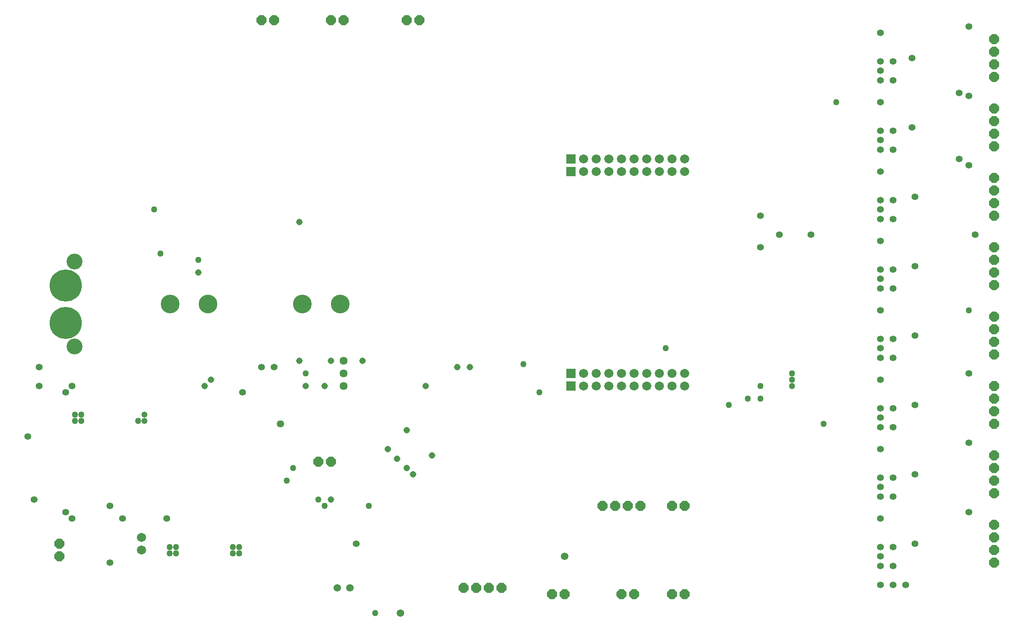
<source format=gbs>
G75*
%MOIN*%
%OFA0B0*%
%FSLAX25Y25*%
%IPPOS*%
%LPD*%
%AMOC8*
5,1,8,0,0,1.08239X$1,22.5*
%
%ADD10OC8,0.07924*%
%ADD11C,0.07200*%
%ADD12C,0.12600*%
%ADD13C,0.25469*%
%ADD14R,0.07200X0.07200*%
%ADD15C,0.14800*%
%ADD16C,0.05359*%
%ADD17C,0.05753*%
%ADD18C,0.04965*%
%ADD19C,0.05950*%
%ADD20C,0.05162*%
%ADD21C,0.06343*%
%ADD22C,0.04900*%
D10*
X0390686Y0706230D03*
X0400686Y0706230D03*
X0410686Y0706230D03*
X0420686Y0706230D03*
X0460686Y0701230D03*
X0470686Y0701230D03*
X0515686Y0701230D03*
X0525686Y0701230D03*
X0555686Y0701230D03*
X0565686Y0701230D03*
X0565686Y0771230D03*
X0555686Y0771230D03*
X0530686Y0771230D03*
X0520686Y0771230D03*
X0510686Y0771230D03*
X0500686Y0771230D03*
X0285686Y0806230D03*
X0275686Y0806230D03*
X0070686Y0741230D03*
X0070686Y0731230D03*
X0230686Y1156230D03*
X0240686Y1156230D03*
X0285686Y1156230D03*
X0295686Y1156230D03*
X0345686Y1156230D03*
X0355686Y1156230D03*
X0810686Y1141230D03*
X0810686Y1131230D03*
X0810686Y1121230D03*
X0810686Y1111230D03*
X0810686Y1086230D03*
X0810686Y1076230D03*
X0810686Y1066230D03*
X0810686Y1056230D03*
X0810686Y1031230D03*
X0810686Y1021230D03*
X0810686Y1011230D03*
X0810686Y1001230D03*
X0810686Y0976230D03*
X0810686Y0966230D03*
X0810686Y0956230D03*
X0810686Y0946230D03*
X0810686Y0921230D03*
X0810686Y0911230D03*
X0810686Y0901230D03*
X0810686Y0891230D03*
X0810686Y0866230D03*
X0810686Y0856230D03*
X0810686Y0846230D03*
X0810686Y0836230D03*
X0810686Y0811230D03*
X0810686Y0801230D03*
X0810686Y0791230D03*
X0810686Y0781230D03*
X0810686Y0756230D03*
X0810686Y0746230D03*
X0810686Y0736230D03*
X0810686Y0726230D03*
D11*
X0565686Y0866230D03*
X0555686Y0866230D03*
X0545686Y0866230D03*
X0535686Y0866230D03*
X0525686Y0866230D03*
X0515686Y0866230D03*
X0505686Y0866230D03*
X0495686Y0866230D03*
X0485686Y0866230D03*
X0485686Y0876230D03*
X0495686Y0876230D03*
X0505686Y0876230D03*
X0515686Y0876230D03*
X0525686Y0876230D03*
X0535686Y0876230D03*
X0545686Y0876230D03*
X0555686Y0876230D03*
X0565686Y0876230D03*
X0565686Y1036230D03*
X0555686Y1036230D03*
X0545686Y1036230D03*
X0535686Y1036230D03*
X0525686Y1036230D03*
X0515686Y1036230D03*
X0505686Y1036230D03*
X0495686Y1036230D03*
X0485686Y1036230D03*
X0485686Y1046230D03*
X0495686Y1046230D03*
X0505686Y1046230D03*
X0515686Y1046230D03*
X0525686Y1046230D03*
X0535686Y1046230D03*
X0545686Y1046230D03*
X0555686Y1046230D03*
X0565686Y1046230D03*
X0135686Y0746230D03*
X0135686Y0736230D03*
D12*
X0082786Y0897630D03*
X0082786Y0964830D03*
D13*
X0075686Y0945980D03*
X0075686Y0916480D03*
D14*
X0475686Y0876230D03*
X0475686Y0866230D03*
X0475686Y1036230D03*
X0475686Y1046230D03*
D15*
X0293036Y0931230D03*
X0263036Y0931230D03*
X0188336Y0931230D03*
X0158336Y0931230D03*
D16*
X0215686Y0861230D03*
X0230686Y0881230D03*
X0240686Y0881230D03*
X0155686Y0761230D03*
X0120686Y0761230D03*
X0110686Y0771230D03*
X0080686Y0761230D03*
X0075686Y0766230D03*
X0050686Y0776230D03*
X0045686Y0826230D03*
X0075686Y0861230D03*
X0080686Y0866230D03*
X0054552Y0866230D03*
X0054552Y0881230D03*
X0110686Y0726230D03*
X0305686Y0741230D03*
X0625686Y0976230D03*
X0640686Y0986230D03*
X0625686Y1001230D03*
X0665686Y0986230D03*
X0720686Y0981230D03*
X0720686Y0998730D03*
X0720686Y1006230D03*
X0720686Y1013730D03*
X0730686Y1013730D03*
X0730686Y0998730D03*
X0748186Y1016230D03*
X0720686Y1036230D03*
X0720686Y1053730D03*
X0720686Y1061230D03*
X0720686Y1068730D03*
X0730686Y1068730D03*
X0745686Y1071230D03*
X0730686Y1053730D03*
X0720686Y1091230D03*
X0720686Y1108730D03*
X0720686Y1116230D03*
X0720686Y1123730D03*
X0730686Y1123730D03*
X0730686Y1108730D03*
X0745686Y1126230D03*
X0720686Y1146230D03*
X0783186Y1098730D03*
X0790686Y1096230D03*
X0783186Y1046230D03*
X0790686Y1041230D03*
X0795686Y0986230D03*
X0748186Y0961230D03*
X0730686Y0958730D03*
X0720686Y0958730D03*
X0720686Y0951230D03*
X0720686Y0943730D03*
X0730686Y0943730D03*
X0720686Y0926230D03*
X0720686Y0903730D03*
X0720686Y0896230D03*
X0720686Y0888730D03*
X0730686Y0888730D03*
X0730686Y0903730D03*
X0748186Y0906230D03*
X0720686Y0871230D03*
X0720686Y0848730D03*
X0720686Y0841230D03*
X0720686Y0833730D03*
X0730686Y0833730D03*
X0730686Y0848730D03*
X0748186Y0851230D03*
X0720686Y0816230D03*
X0720686Y0793730D03*
X0720686Y0786230D03*
X0720686Y0778730D03*
X0730686Y0778730D03*
X0720686Y0761230D03*
X0720686Y0738730D03*
X0720686Y0731230D03*
X0720686Y0723730D03*
X0730686Y0723730D03*
X0730686Y0708730D03*
X0720686Y0708730D03*
X0740686Y0708730D03*
X0730686Y0738730D03*
X0748186Y0741230D03*
X0790686Y0766230D03*
X0748186Y0796230D03*
X0730686Y0793730D03*
X0790686Y0821230D03*
X0790686Y0876230D03*
X0790686Y1151230D03*
D17*
X0245686Y0836230D03*
D18*
X0320686Y0686230D03*
X0315686Y0771230D03*
X0280686Y0771230D03*
X0275686Y0776230D03*
X0250686Y0791230D03*
X0255686Y0801230D03*
X0213186Y0738730D03*
X0213186Y0733730D03*
X0208186Y0733730D03*
X0208186Y0738730D03*
X0163186Y0738730D03*
X0163186Y0733730D03*
X0158186Y0733730D03*
X0158186Y0738730D03*
X0133186Y0838730D03*
X0088186Y0838730D03*
X0083186Y0838730D03*
X0083186Y0843730D03*
X0088186Y0843730D03*
X0180686Y0966230D03*
X0150686Y0971230D03*
X0145686Y1006230D03*
X0265686Y0876230D03*
X0438186Y0883730D03*
X0450686Y0861230D03*
X0550686Y0896230D03*
X0600686Y0851230D03*
X0615686Y0856230D03*
X0625686Y0856230D03*
X0625686Y0866230D03*
X0650686Y0866230D03*
X0650686Y0871230D03*
X0650686Y0876230D03*
X0675686Y0836230D03*
X0790686Y0926230D03*
X0685686Y1091230D03*
D19*
X0470686Y0731230D03*
X0340686Y0686230D03*
X0300686Y0706230D03*
X0290686Y0706230D03*
D20*
X0285686Y0776230D03*
X0330686Y0816230D03*
X0338186Y0808730D03*
X0345686Y0801230D03*
X0350686Y0796230D03*
X0365686Y0811230D03*
X0345686Y0831230D03*
X0360686Y0866230D03*
X0385686Y0881230D03*
X0395686Y0881230D03*
X0310686Y0886230D03*
X0285686Y0886230D03*
X0280686Y0866230D03*
X0265686Y0866230D03*
X0260686Y0886230D03*
X0190686Y0871230D03*
X0185686Y0866230D03*
X0180686Y0956230D03*
X0260686Y0996230D03*
D21*
X0295686Y0886230D03*
X0295686Y0876230D03*
X0295686Y0866230D03*
D22*
X0138186Y0843730D03*
X0138186Y0838730D03*
M02*

</source>
